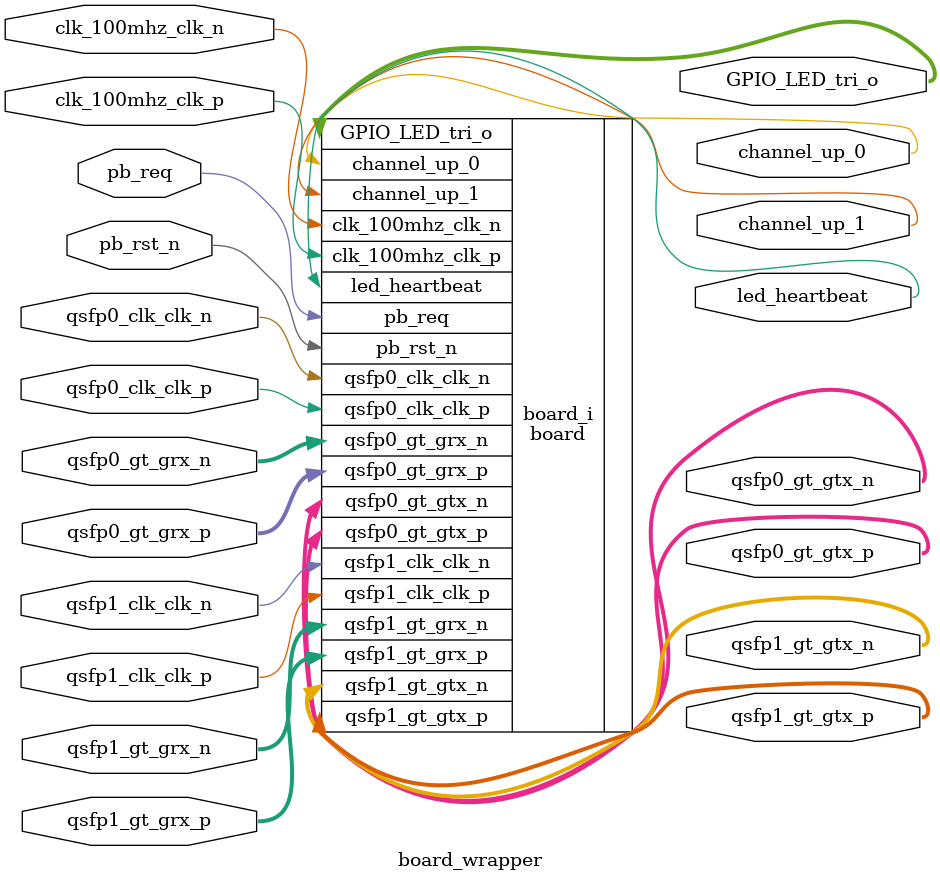
<source format=v>
`timescale 1 ps / 1 ps

module board_wrapper
   (GPIO_LED_tri_o,
    channel_up_0,
    channel_up_1,
    clk_100mhz_clk_n,
    clk_100mhz_clk_p,
    led_heartbeat,
    pb_req,
    pb_rst_n,
    qsfp0_clk_clk_n,
    qsfp0_clk_clk_p,
    qsfp0_gt_grx_n,
    qsfp0_gt_grx_p,
    qsfp0_gt_gtx_n,
    qsfp0_gt_gtx_p,
    qsfp1_clk_clk_n,
    qsfp1_clk_clk_p,
    qsfp1_gt_grx_n,
    qsfp1_gt_grx_p,
    qsfp1_gt_gtx_n,
    qsfp1_gt_gtx_p);
  output [3:0]GPIO_LED_tri_o;
  output channel_up_0;
  output channel_up_1;
  input [0:0]clk_100mhz_clk_n;
  input [0:0]clk_100mhz_clk_p;
  output led_heartbeat;
  input pb_req;
  input pb_rst_n;
  input qsfp0_clk_clk_n;
  input qsfp0_clk_clk_p;
  input [3:0]qsfp0_gt_grx_n;
  input [3:0]qsfp0_gt_grx_p;
  output [3:0]qsfp0_gt_gtx_n;
  output [3:0]qsfp0_gt_gtx_p;
  input qsfp1_clk_clk_n;
  input qsfp1_clk_clk_p;
  input [3:0]qsfp1_gt_grx_n;
  input [3:0]qsfp1_gt_grx_p;
  output [3:0]qsfp1_gt_gtx_n;
  output [3:0]qsfp1_gt_gtx_p;

  wire [3:0]GPIO_LED_tri_o;
  wire channel_up_0;
  wire channel_up_1;
  wire [0:0]clk_100mhz_clk_n;
  wire [0:0]clk_100mhz_clk_p;
  wire led_heartbeat;
  wire pb_req;
  wire pb_rst_n;
  wire qsfp0_clk_clk_n;
  wire qsfp0_clk_clk_p;
  wire [3:0]qsfp0_gt_grx_n;
  wire [3:0]qsfp0_gt_grx_p;
  wire [3:0]qsfp0_gt_gtx_n;
  wire [3:0]qsfp0_gt_gtx_p;
  wire qsfp1_clk_clk_n;
  wire qsfp1_clk_clk_p;
  wire [3:0]qsfp1_gt_grx_n;
  wire [3:0]qsfp1_gt_grx_p;
  wire [3:0]qsfp1_gt_gtx_n;
  wire [3:0]qsfp1_gt_gtx_p;

  board board_i
       (.GPIO_LED_tri_o(GPIO_LED_tri_o),
        .channel_up_0(channel_up_0),
        .channel_up_1(channel_up_1),
        .clk_100mhz_clk_n(clk_100mhz_clk_n),
        .clk_100mhz_clk_p(clk_100mhz_clk_p),
        .led_heartbeat(led_heartbeat),
        .pb_req(pb_req),
        .pb_rst_n(pb_rst_n),
        .qsfp0_clk_clk_n(qsfp0_clk_clk_n),
        .qsfp0_clk_clk_p(qsfp0_clk_clk_p),
        .qsfp0_gt_grx_n(qsfp0_gt_grx_n),
        .qsfp0_gt_grx_p(qsfp0_gt_grx_p),
        .qsfp0_gt_gtx_n(qsfp0_gt_gtx_n),
        .qsfp0_gt_gtx_p(qsfp0_gt_gtx_p),
        .qsfp1_clk_clk_n(qsfp1_clk_clk_n),
        .qsfp1_clk_clk_p(qsfp1_clk_clk_p),
        .qsfp1_gt_grx_n(qsfp1_gt_grx_n),
        .qsfp1_gt_grx_p(qsfp1_gt_grx_p),
        .qsfp1_gt_gtx_n(qsfp1_gt_gtx_n),
        .qsfp1_gt_gtx_p(qsfp1_gt_gtx_p));
endmodule

</source>
